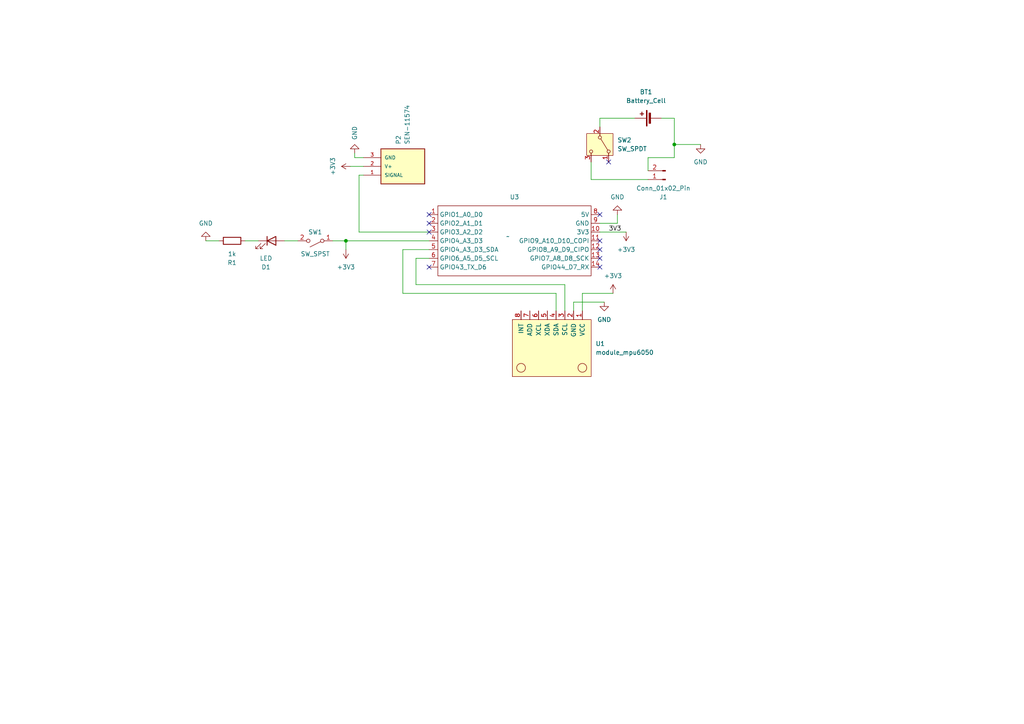
<source format=kicad_sch>
(kicad_sch (version 20230121) (generator eeschema)
  (paper "A4")
  (title_block (title "Final Project Sensor Device") (rev "3") (company "Yi Luo"))
  (lib_symbols
    (symbol "Connector:Conn_01x02_Pin" (pin_names (offset 1.016) hide)
      (property "Reference" "J" (at 0 2.54 0))
      (property "Value" "Conn_01x02_Pin" (at 0 -5.08 0))
      (symbol "Conn_01x02_Pin_1_1"
        (polyline (pts (xy 1.27 -2.54) (xy 0.8636 -2.54)) (stroke (width 0.1524)))
        (polyline (pts (xy 1.27 0) (xy 0.8636 0)) (stroke (width 0.1524)))
        (rectangle (start 0.8636 -2.413) (end 0 -2.667) (stroke (width 0.1524)) (fill (type outline)))
        (rectangle (start 0.8636 0.127) (end 0 -0.127) (stroke (width 0.1524)) (fill (type outline)))
        (pin passive line (at 5.08 0 180) (length 3.81) (name "Pin_1") (number "1"))
        (pin passive line (at 5.08 -2.54 180) (length 3.81) (name "Pin_2") (number "2"))
      )
    )
    (symbol "Device:Battery_Cell" (pin_numbers hide) (pin_names (offset 0) hide)
      (property "Reference" "BT" (at 2.54 2.54 0))
      (property "Value" "Battery_Cell" (at 2.54 0 0))
      (symbol "Battery_Cell_0_1"
        (rectangle (start -2.286 1.778) (end 2.286 1.524) (fill (type outline)))
        (rectangle (start -1.524 1.016) (end 1.524 0.508) (fill (type outline)))
        (polyline (pts (xy 0 0.762) (xy 0 0)))
        (polyline (pts (xy 0 1.778) (xy 0 2.54)))
        (polyline (pts (xy 0.762 3.048) (xy 1.778 3.048)) (stroke (width 0.254)))
        (polyline (pts (xy 1.27 3.556) (xy 1.27 2.54)) (stroke (width 0.254)))
      )
      (symbol "Battery_Cell_1_1"
        (pin passive line (at 0 5.08 270) (length 2.54) (name "+") (number "1"))
        (pin passive line (at 0 -2.54 90) (length 2.54) (name "-") (number "2"))
      )
    )
    (symbol "Device:LED" (pin_numbers hide) (pin_names (offset 1.016) hide)
      (property "Reference" "D" (at 0 2.54 0))
      (property "Value" "LED" (at 0 -2.54 0))
      (symbol "LED_0_1"
        (polyline (pts (xy -1.27 -1.27) (xy -1.27 1.27)) (stroke (width 0.254)))
        (polyline (pts (xy -1.27 0) (xy 1.27 0)))
        (polyline (pts (xy 1.27 -1.27) (xy 1.27 1.27) (xy -1.27 0) (xy 1.27 -1.27)) (stroke (width 0.254)))
        (polyline (pts (xy -3.048 -0.762) (xy -4.572 -2.286) (xy -3.81 -2.286) (xy -4.572 -2.286) (xy -4.572 -1.524)))
        (polyline (pts (xy -1.778 -0.762) (xy -3.302 -2.286) (xy -2.54 -2.286) (xy -3.302 -2.286) (xy -3.302 -1.524)))
      )
      (symbol "LED_1_1"
        (pin passive line (at -3.81 0 0) (length 2.54) (name "K") (number "1"))
        (pin passive line (at 3.81 0 180) (length 2.54) (name "A") (number "2"))
      )
    )
    (symbol "Device:R" (pin_numbers hide) (pin_names (offset 0))
      (property "Reference" "R" (at 2.032 0 90))
      (property "Value" "R" (at 0 0 90))
      (symbol "R_0_1"
        (rectangle (start -1.016 -2.54) (end 1.016 2.54) (stroke (width 0.254)))
      )
      (symbol "R_1_1"
        (pin passive line (at 0 3.81 270) (length 1.27) (name "~") (number "1"))
        (pin passive line (at 0 -3.81 90) (length 1.27) (name "~") (number "2"))
      )
    )
    (symbol "Pulse Sensor:SEN-11574" (pin_names (offset 1.016))
      (property "Reference" "P" (at 0 5.5958 0))
      (property "Value" "SEN-11574" (at 0 -7.6429 0))
      (symbol "SEN-11574_0_0"
        (rectangle (start 0 -5.08) (end 12.7 5.08) (stroke (width 0.254)) (fill (type background)))
        (pin bidirectional line (at -5.08 -2.54 0) (length 5.08) (name "SIGNAL") (number "1"))
        (pin power_in line (at -5.08 0 0) (length 5.08) (name "V+") (number "2"))
        (pin power_in line (at -5.08 2.54 0) (length 5.08) (name "GND") (number "3"))
      )
    )
    (symbol "Seeed Studio XIAO ESP32S3:XIAO_ESP32_SENSE"
      (property "Reference" "U" (at 0 0 0))
      (symbol "XIAO_ESP32_SENSE_0_1"
        (polyline (pts (xy -20.32 8.89) (xy -20.32 -11.43) (xy 24.13 -11.43) (xy 24.13 8.89) (xy -20.32 8.89)))
      )
      (symbol "XIAO_ESP32_SENSE_1_1"
        (pin bidirectional line (at -22.86 6.35 0) (length 2.54) (name "GPIO1_A0_D0") (number "1"))
        (pin bidirectional line (at 26.67 1.27 180) (length 2.54) (name "3V3") (number "10"))
        (pin bidirectional line (at 26.67 -1.27 180) (length 2.54) (name "GPIO9_A10_D10_COPI") (number "11"))
        (pin bidirectional line (at 26.67 -3.81 180) (length 2.54) (name "GPIO8_A9_D9_CIPO") (number "12"))
        (pin bidirectional line (at 26.67 -6.35 180) (length 2.54) (name "GPIO7_A8_D8_SCK") (number "13"))
        (pin bidirectional line (at 26.67 -8.89 180) (length 2.54) (name "GPIO44_D7_RX") (number "14"))
        (pin bidirectional line (at -22.86 3.81 0) (length 2.54) (name "GPIO2_A1_D1") (number "2"))
        (pin bidirectional line (at -22.86 1.27 0) (length 2.54) (name "GPIO3_A2_D2") (number "3"))
        (pin bidirectional line (at -22.86 -1.27 0) (length 2.54) (name "GPIO4_A3_D3") (number "4"))
        (pin bidirectional line (at -22.86 -3.81 0) (length 2.54) (name "GPIO4_A3_D3_SDA") (number "5"))
        (pin bidirectional line (at -22.86 -6.35 0) (length 2.54) (name "GPIO6_A5_D5_SCL") (number "6"))
        (pin bidirectional line (at -22.86 -8.89 0) (length 2.54) (name "GPIO43_TX_D6") (number "7"))
        (pin bidirectional line (at 26.67 6.35 180) (length 2.54) (name "5V") (number "8"))
        (pin bidirectional line (at 26.67 3.81 180) (length 2.54) (name "GND") (number "9"))
      )
    )
    (symbol "Switch:SW_SPDT" (pin_names (offset 0) hide)
      (property "Reference" "SW" (at 0 5.08 0))
      (property "Value" "SW_SPDT" (at 0 -5.08 0))
      (symbol "SW_SPDT_0_1"
        (circle (center -2.032 0) (radius 0.4572))
        (polyline (pts (xy -1.651 0.254) (xy 1.651 2.286)))
        (circle (center 2.032 -2.54) (radius 0.4572))
        (circle (center 2.032 2.54) (radius 0.4572))
      )
      (symbol "SW_SPDT_1_1"
        (rectangle (start -3.175 3.81) (end 3.175 -3.81) (fill (type background)))
        (pin passive line (at 5.08 2.54 180) (length 2.54) (name "A") (number "1"))
        (pin passive line (at -5.08 0 0) (length 2.54) (name "B") (number "2"))
        (pin passive line (at 5.08 -2.54 180) (length 2.54) (name "C") (number "3"))
      )
    )
    (symbol "Switch:SW_SPST" (pin_names (offset 0) hide)
      (property "Reference" "SW" (at 0 3.175 0))
      (property "Value" "SW_SPST" (at 0 -2.54 0))
      (symbol "SW_SPST_0_0"
        (circle (center -2.032 0) (radius 0.508))
        (polyline (pts (xy -1.524 0.254) (xy 1.524 1.778)))
        (circle (center 2.032 0) (radius 0.508))
      )
      (symbol "SW_SPST_1_1"
        (pin passive line (at -5.08 0 0) (length 2.54) (name "A") (number "1"))
        (pin passive line (at 5.08 0 180) (length 2.54) (name "B") (number "2"))
      )
    )
    (symbol "power:+3V3" (power) (pin_names (offset 0))
      (property "Value" "+3V3" (at 0 3.556 0))
      (symbol "+3V3_0_1"
        (polyline (pts (xy -0.762 1.27) (xy 0 2.54)))
        (polyline (pts (xy 0 0) (xy 0 2.54)))
        (polyline (pts (xy 0 2.54) (xy 0.762 1.27)))
      )
      (symbol "+3V3_1_1"
        (pin power_in line (at 0 0 90) (length 0) hide (name "+3V3") (number "1"))
      )
    )
    (symbol "power:GND" (power) (pin_names (offset 0))
      (property "Value" "GND" (at 0 -3.81 0))
      (symbol "GND_0_1"
        (polyline (pts (xy 0 0) (xy 0 -1.27) (xy 1.27 -1.27) (xy 0 -2.54) (xy -1.27 -1.27) (xy 0 -1.27)))
      )
      (symbol "GND_1_1"
        (pin power_in line (at 0 0 270) (length 0) hide (name "GND") (number "1"))
      )
    )
    (symbol "sensor library:module_mpu6050" (pin_names (offset 1.016))
      (property "Reference" "U" (at 2.54 21.59 0))
      (property "Value" "module_mpu6050" (at 11.43 -3.81 0))
      (symbol "module_mpu6050_0_1"
        (rectangle (start 2.54 20.32) (end 19.05 -2.54) (fill (type background)))
        (circle (center 16.51 0) (radius 1.27))
        (circle (center 16.51 17.78) (radius 1.27))
      )
      (symbol "module_mpu6050_1_1"
        (pin input line (at 0 17.78 0) (length 2.54) (name "VCC") (number "1"))
        (pin input line (at 0 15.24 0) (length 2.54) (name "GND") (number "2"))
        (pin input line (at 0 12.7 0) (length 2.54) (name "SCL") (number "3"))
        (pin input line (at 0 10.16 0) (length 2.54) (name "SDA") (number "4"))
        (pin input line (at 0 7.62 0) (length 2.54) (name "XDA") (number "5"))
        (pin input line (at 0 5.08 0) (length 2.54) (name "XCL") (number "6"))
        (pin input line (at 0 2.54 0) (length 2.54) (name "ADD") (number "7"))
        (pin input line (at 0 0 0) (length 2.54) (name "INT") (number "8"))
      )
    )
  )
  (junction (at 100.33 69.85))
  (junction (at 195.58 41.91))
  (no_connect (at 124.46 64.77))
  (no_connect (at 173.99 72.39))
  (no_connect (at 173.99 62.23))
  (no_connect (at 124.46 62.23))
  (no_connect (at 173.99 74.93))
  (no_connect (at 124.46 67.31))
  (no_connect (at 173.99 69.85))
  (no_connect (at 124.46 77.47))
  (no_connect (at 173.99 77.47))
  (no_connect (at 176.53 46.99))
  (wire (pts (xy 100.33 69.85) (xy 100.33 72.39)))
  (wire (pts (xy 100.33 69.85) (xy 124.46 69.85)))
  (wire (pts (xy 168.91 85.09) (xy 177.8 85.09)))
  (wire (pts (xy 163.83 90.17) (xy 163.83 82.55)))
  (wire (pts (xy 105.41 45.72) (xy 102.87 45.72)))
  (wire (pts (xy 184.15 34.29) (xy 173.99 34.29)))
  (wire (pts (xy 163.83 82.55) (xy 120.65 82.55)))
  (wire (pts (xy 195.58 34.29) (xy 195.58 41.91)))
  (wire (pts (xy 104.14 50.8) (xy 104.14 67.31)))
  (wire (pts (xy 195.58 45.72) (xy 187.96 45.72)))
  (wire (pts (xy 120.65 74.93) (xy 124.46 74.93)))
  (wire (pts (xy 104.14 67.31) (xy 124.46 67.31)))
  (wire (pts (xy 102.87 45.72) (xy 102.87 44.45)))
  (wire (pts (xy 195.58 41.91) (xy 195.58 45.72)))
  (wire (pts (xy 195.58 41.91) (xy 203.2 41.91)))
  (wire (pts (xy 173.99 34.29) (xy 173.99 36.83)))
  (wire (pts (xy 63.5 69.85) (xy 59.69 69.85)))
  (wire (pts (xy 100.33 69.85) (xy 96.52 69.85)))
  (wire (pts (xy 105.41 50.8) (xy 104.14 50.8)))
  (wire (pts (xy 187.96 45.72) (xy 187.96 49.53)))
  (wire (pts (xy 116.84 72.39) (xy 124.46 72.39)))
  (wire (pts (xy 116.84 85.09) (xy 116.84 72.39)))
  (wire (pts (xy 166.37 87.63) (xy 175.26 87.63)))
  (wire (pts (xy 173.99 64.77) (xy 179.07 64.77)))
  (wire (pts (xy 166.37 90.17) (xy 166.37 87.63)))
  (wire (pts (xy 168.91 90.17) (xy 168.91 85.09)))
  (wire (pts (xy 171.45 52.07) (xy 187.96 52.07)))
  (wire (pts (xy 120.65 82.55) (xy 120.65 74.93)))
  (wire (pts (xy 173.99 67.31) (xy 181.61 67.31)))
  (wire (pts (xy 86.36 69.85) (xy 82.55 69.85)))
  (wire (pts (xy 171.45 46.99) (xy 171.45 52.07)))
  (wire (pts (xy 74.93 69.85) (xy 71.12 69.85)))
  (wire (pts (xy 161.29 90.17) (xy 161.29 85.09)))
  (wire (pts (xy 191.77 34.29) (xy 195.58 34.29)))
  (wire (pts (xy 161.29 85.09) (xy 116.84 85.09)))
  (wire (pts (xy 105.41 48.26) (xy 101.6 48.26)))
  (wire (pts (xy 179.07 64.77) (xy 179.07 62.23)))
  (label "3V3" (at 176.53 67.31 0))
  (symbol (lib_id "power:+3V3") (at 177.8 85.09 0) (unit 1)
    (property "Reference" "#PWR04" (effects hide))
    (property "Value" "+3V3" (at 177.8 80.01 0))
  )
  (symbol (lib_id "Switch:SW_SPDT") (at 173.99 41.91 270) (unit 1)
    (property "Reference" "SW2" (at 179.07 40.64 90) (effects (justify left)))
    (property "Value" "SW_SPDT" (at 179.07 43.18 90) (effects (justify left)))
    (property "Footprint" "Connector_JST:JST_EH_B3B-EH-A_1x03_P2.50mm_Vertical" (effects hide))
  )
  (symbol (lib_id "power:GND") (at 203.2 41.91 0) (unit 1)
    (property "Reference" "#PWR018" (effects hide))
    (property "Value" "GND" (at 203.2 46.99 0))
  )
  (symbol (lib_id "power:+3V3") (at 181.61 67.31 180) (unit 1)
    (property "Reference" "#PWR017" (effects hide))
    (property "Value" "+3V3" (at 181.61 72.39 0))
  )
  (symbol (lib_id "Switch:SW_SPST") (at 91.44 69.85 180) (unit 1)
    (property "Reference" "SW1" (at 91.44 67.31 0))
    (property "Value" "SW_SPST" (at 91.44 73.66 0))
    (property "Footprint" "Button_Switch_THT:SW_PUSH_6mm" (effects hide))
  )
  (symbol (lib_id "power:+3V3") (at 101.6 48.26 90) (unit 1)
    (property "Reference" "#PWR05" (effects hide))
    (property "Value" "+3V3" (at 96.52 48.26 0))
  )
  (symbol (lib_id "Device:Battery_Cell") (at 189.23 34.29 90) (unit 1)
    (property "Reference" "BT1" (at 187.3885 26.67 90))
    (property "Value" "Battery_Cell" (at 187.3885 29.21 90))
    (property "Footprint" "Connector_JST:JST_XA_B02B-XASK-1-A_1x02_P2.50mm_Vertical" (effects hide))
  )
  (symbol (lib_id "Device:R") (at 67.31 69.85 270) (unit 1)
    (property "Reference" "R1" (at 67.31 76.2 90))
    (property "Value" "1k" (at 67.31 73.66 90))
    (property "Footprint" "Resistor_SMD:R_0805_2012Metric_Pad1.20x1.40mm_HandSolder" (effects hide))
  )
  (symbol (lib_id "Pulse Sensor:SEN-11574") (at 110.49 48.26 0) (unit 1)
    (property "Reference" "P2" (at 115.57 41.91 90) (effects (justify left)))
    (property "Value" "SEN-11574" (at 118.11 41.91 90) (effects (justify left)))
    (property "Footprint" "Pulse_Sensor:XDCR_SEN-11574" (effects hide))
    (property "MF" "SparkFun" (effects hide))
    (property "Description" "\nPULSE SENSOR FOR ARDUINO\n" (effects hide))
    (property "Package" "None" (effects hide))
    (property "Price" "None" (effects hide))
    (property "Check_prices" "https://www.snapeda.com/parts/SEN-11574/SparkFun+Electronics/view-part/?ref=eda" (effects hide))
    (property "SnapEDA_Link" "https://www.snapeda.com/parts/SEN-11574/SparkFun+Electronics/view-part/?ref=snap" (effects hide))
    (property "MP" "SEN-11574" (effects hide))
    (property "Purchase-URL" "https://www.snapeda.com/api/url_track_click_mouser/?unipart_id=1269548&manufacturer=SparkFun&part_name=SEN-11574&search_term=None" (effects hide))
    (property "Availability" "In Stock" (effects hide))
    (property "MANUFACTURER" "Sparkfun Electronics" (effects hide))
  )
  (symbol (lib_id "sensor library:module_mpu6050") (at 151.13 90.17 270) (unit 1)
    (property "Reference" "U1" (at 172.72 99.695 90) (effects (justify left)))
    (property "Value" "module_mpu6050" (at 172.72 102.235 90) (effects (justify left)))
    (property "Footprint" "sensor_library:module_mpu6050" (effects hide))
  )
  (symbol (lib_id "Connector:Conn_01x02_Pin") (at 193.04 52.07 180) (unit 1)
    (property "Reference" "J1" (at 192.405 57.15 0))
    (property "Value" "Conn_01x02_Pin" (at 192.405 54.61 0))
    (property "Footprint" "Connector_JST:JST_NV_B02P-NV_1x02_P5.00mm_Vertical" (effects hide))
  )
  (symbol (lib_id "power:GND") (at 179.07 62.23 180) (unit 1)
    (property "Reference" "#PWR015" (effects hide))
    (property "Value" "GND" (at 179.07 57.15 0))
  )
  (symbol (lib_id "power:+3V3") (at 100.33 72.39 180) (unit 1)
    (property "Reference" "#PWR02" (effects hide))
    (property "Value" "+3V3" (at 100.33 77.47 0))
  )
  (symbol (lib_id "power:GND") (at 59.69 69.85 180) (unit 1)
    (property "Reference" "#PWR01" (effects hide))
    (property "Value" "GND" (at 59.69 64.77 0))
  )
  (symbol (lib_id "Device:LED") (at 78.74 69.85 0) (unit 1)
    (property "Reference" "D1" (at 77.1525 77.47 0))
    (property "Value" "LED" (at 77.1525 74.93 0))
    (property "Footprint" "LED_SMD:LED_0805_2012Metric_Pad1.15x1.40mm_HandSolder" (effects hide))
  )
  (symbol (lib_id "Seeed Studio XIAO ESP32S3:XIAO_ESP32_SENSE") (at 147.32 68.58 0) (unit 1)
    (property "Reference" "U3" (at 149.225 57.15 0))
    (property "Value" "~" (at 147.32 68.58 0))
    (property "Footprint" "XIAO ESP32S3:XIAO_ESP32_SENSE" (effects hide))
  )
  (symbol (lib_id "power:GND") (at 102.87 44.45 180) (unit 1)
    (property "Reference" "#PWR06" (effects hide))
    (property "Value" "GND" (at 102.87 40.64 90) (effects (justify right)))
  )
  (symbol (lib_id "power:GND") (at 175.26 87.63 0) (unit 1)
    (property "Reference" "#PWR03" (effects hide))
    (property "Value" "GND" (at 175.26 92.71 0))
  )
)
</source>
